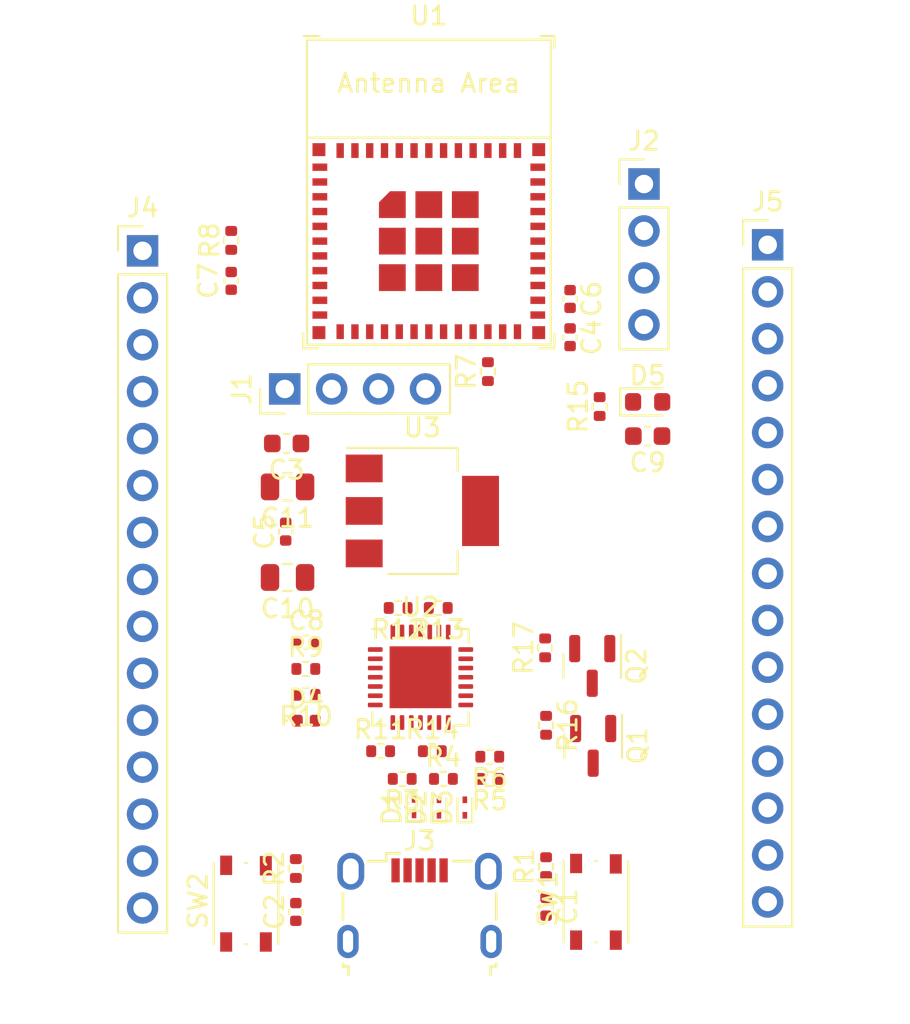
<source format=kicad_pcb>
(kicad_pcb (version 20211014) (generator pcbnew)
  (layers (0 "F.Cu" signal) (31 "B.Cu" power) (34 "B.Paste" user) (35 "F.Paste" user) (36 "B.SilkS" user "B.Silkscreen") (37 "F.SilkS" user "F.Silkscreen") (38 "B.Mask" user) (39 "F.Mask" user) (44 "Edge.Cuts" user))
  (net 0 "")
  (net 15 "/SW_EN")
  (net 16 "GND")
  (net 17 "/SW_IO9")
  (net 18 "+3.3V")
  (net 19 "IO18")
  (net 20 "IO19")
  (net 21 "EN")
  (net 22 "Net-(C8-Pad1)")
  (net 23 "VBUS")
  (net 24 "/D-")
  (net 25 "/D+")
  (net 26 "+5V")
  (net 27 "Net-(D5-Pad2)")
  (net 28 "IO4")
  (net 29 "IO5")
  (net 30 "IO6")
  (net 31 "IO7")
  (net 32 "U0TXD")
  (net 33 "U0RXD")
  (net 36 "Net-(Q1-Pad1)")
  (net 37 "RTS")
  (net 38 "Net-(Q2-Pad1)")
  (net 39 "DTR")
  (net 40 "IO9")
  (net 41 "USB_DN")
  (net 42 "USB_DP")
  (net 43 "IO8")
  (net 44 "Net-(R11-Pad2)")
  (net 45 "Net-(R12-Pad1)")
  (net 46 "Net-(R13-Pad2)")
  (net 47 "Net-(R14-Pad1)")
  (net 48 "IO2")
  (net 49 "IO3")
  (net 50 "IO0")
  (net 51 "IO1")
  (net 52 "IO10")
  (footprint "Diode_SMD:D_SOD-923" (layer "F.Cu") (at 70.3 104.88 90)
    (fp_text reference "D1" (at 0 -1.2 90) (layer "F.SilkS"))
    (fp_text value "ESD9B5.0ST5G")
    (fp_line (start 0.5 0.4) (end -0.8 0.4) (layer "F.SilkS") (width 0.12))
    (fp_line (start -0.8 -0.4) (end -0.8 0.4) (layer "F.SilkS") (width 0.12))
    (fp_line (start 0.5 -0.4) (end -0.8 -0.4) (layer "F.SilkS") (width 0.12))
    (pad "1" smd rect (at -0.42 0 270) (size 0.36 0.25) (layers "F.Cu" "F.Paste" "F.Mask") (net 23 "VBUS"))
    (pad "2" smd rect (at 0.42 0 270) (size 0.36 0.25) (layers "F.Cu" "F.Paste" "F.Mask") (net 16 "GND"))
  )
  (footprint "Resistor_SMD:R_0402_1005Metric" (layer "F.Cu") (at 74.3 81.31 90)
    (fp_text reference "R7" (at 0 -1.17 90) (layer "F.SilkS"))
    (fp_text value "10K")
    (fp_line (start -0.153641 -0.38) (end 0.153641 -0.38) (layer "F.SilkS") (width 0.12))
    (fp_line (start -0.153641 0.38) (end 0.153641 0.38) (layer "F.SilkS") (width 0.12))
    (pad "1" smd roundrect (at -0.51 0 90) (size 0.54 0.64) (layers "F.Cu" "F.Paste" "F.Mask") (net 18 "+3.3V"))
    (pad "2" smd roundrect (at 0.51 0 90) (size 0.54 0.64) (layers "F.Cu" "F.Paste" "F.Mask") (net 43 "IO8"))
  )
  (footprint "Resistor_SMD:R_0402_1005Metric" (layer "F.Cu") (at 64.44 97.4)
    (fp_text reference "R9" (at 0 -1.17) (layer "F.SilkS"))
    (fp_text value "47K5")
    (fp_line (start -0.153641 -0.38) (end 0.153641 -0.38) (layer "F.SilkS") (width 0.12))
    (fp_line (start -0.153641 0.38) (end 0.153641 0.38) (layer "F.SilkS") (width 0.12))
    (pad "1" smd roundrect (at -0.51 0) (size 0.54 0.64) (layers "F.Cu" "F.Paste" "F.Mask") (net 22 "Net-(C8-Pad1)"))
    (pad "2" smd roundrect (at 0.51 0) (size 0.54 0.64) (layers "F.Cu" "F.Paste" "F.Mask") (net 16 "GND"))
  )
  (footprint "Connector_PinHeader_2.54mm:PinHeader_1x15_P2.54mm_Vertical" (layer "F.Cu") (at 55.6 74.775)
    (fp_text reference "J4" (at 0 -2.33) (layer "F.SilkS"))
    (fp_text value "Conn_01x15_Female")
    (fp_line (start 1.33 1.27) (end 1.33 36.89) (layer "F.SilkS") (width 0.12))
    (fp_line (start -1.33 1.27) (end 1.33 1.27) (layer "F.SilkS") (width 0.12))
    (fp_line (start -1.33 1.27) (end -1.33 36.89) (layer "F.SilkS") (width 0.12))
    (fp_line (start -1.33 0) (end -1.33 -1.33) (layer "F.SilkS") (width 0.12))
    (fp_line (start -1.33 -1.33) (end 0 -1.33) (layer "F.SilkS") (width 0.12))
    (fp_line (start -1.33 36.89) (end 1.33 36.89) (layer "F.SilkS") (width 0.12))
    (pad "1" thru_hole rect (at 0 0) (size 1.7 1.7) (drill 1) (layers *.Cu *.Mask) (net 16 "GND"))
    (pad "2" thru_hole oval (at 0 2.54) (size 1.7 1.7) (drill 1) (layers *.Cu *.Mask) (net 18 "+3.3V"))
    (pad "3" thru_hole oval (at 0 5.08) (size 1.7 1.7) (drill 1) (layers *.Cu *.Mask) (net 18 "+3.3V"))
    (pad "4" thru_hole oval (at 0 7.62) (size 1.7 1.7) (drill 1) (layers *.Cu *.Mask) (net 48 "IO2"))
    (pad "5" thru_hole oval (at 0 10.16) (size 1.7 1.7) (drill 1) (layers *.Cu *.Mask) (net 49 "IO3"))
    (pad "6" thru_hole oval (at 0 12.7) (size 1.7 1.7) (drill 1) (layers *.Cu *.Mask) (net 16 "GND"))
    (pad "7" thru_hole oval (at 0 15.24) (size 1.7 1.7) (drill 1) (layers *.Cu *.Mask) (net 21 "EN"))
    (pad "8" thru_hole oval (at 0 17.78) (size 1.7 1.7) (drill 1) (layers *.Cu *.Mask) (net 16 "GND"))
    (pad "9" thru_hole oval (at 0 20.32) (size 1.7 1.7) (drill 1) (layers *.Cu *.Mask) (net 50 "IO0"))
    (pad "10" thru_hole oval (at 0 22.86) (size 1.7 1.7) (drill 1) (layers *.Cu *.Mask) (net 51 "IO1"))
    (pad "11" thru_hole oval (at 0 25.4) (size 1.7 1.7) (drill 1) (layers *.Cu *.Mask) (net 52 "IO10"))
    (pad "12" thru_hole oval (at 0 27.94) (size 1.7 1.7) (drill 1) (layers *.Cu *.Mask) (net 16 "GND"))
    (pad "13" thru_hole oval (at 0 30.48) (size 1.7 1.7) (drill 1) (layers *.Cu *.Mask) (net 26 "+5V"))
    (pad "14" thru_hole oval (at 0 33.02) (size 1.7 1.7) (drill 1) (layers *.Cu *.Mask) (net 26 "+5V"))
    (pad "15" thru_hole oval (at 0 35.56) (size 1.7 1.7) (drill 1) (layers *.Cu *.Mask) (net 16 "GND"))
  )
  (footprint "Capacitor_SMD:C_0603_1608Metric" (layer "F.Cu") (at 82.95 84.8 180)
    (fp_text reference "C9" (at 0 -1.43) (layer "F.SilkS"))
    (fp_text value "10uF")
    (fp_line (start -0.14058 -0.51) (end 0.14058 -0.51) (layer "F.SilkS") (width 0.12))
    (fp_line (start -0.14058 0.51) (end 0.14058 0.51) (layer "F.SilkS") (width 0.12))
    (pad "1" smd roundrect (at -0.775 0 180) (size 0.9 0.95) (layers "F.Cu" "F.Paste" "F.Mask") (net 16 "GND"))
    (pad "2" smd roundrect (at 0.775 0 180) (size 0.9 0.95) (layers "F.Cu" "F.Paste" "F.Mask") (net 18 "+3.3V"))
  )
  (footprint "Button_Switch_SMD:SW_Push_1P1T_NO_Vertical_Wuerth_434133025816" (layer "F.Cu") (at 80.15 110 90)
    (fp_text reference "SW1" (at 0.15 -2.6 90) (layer "F.SilkS"))
    (fp_text value "SW_Push")
    (fp_line (start -2.2 1.75) (end 2.2 1.75) (layer "F.SilkS") (width 0.12))
    (fp_line (start 2.2 -1.75) (end -2.2 -1.75) (layer "F.SilkS") (width 0.12))
    (fp_line (start 2.2 0.05) (end 2.2 -0.05) (layer "F.SilkS") (width 0.12))
    (fp_line (start -2.2 0.05) (end -2.2 -0.05) (layer "F.SilkS") (width 0.12))
    (pad "1" smd rect (at 2.075 -1.075 90) (size 1.05 0.65) (layers "F.Cu" "F.Paste" "F.Mask") (net 16 "GND"))
    (pad "1" smd rect (at -2.075 -1.075 90) (size 1.05 0.65) (layers "F.Cu" "F.Paste" "F.Mask") (net 16 "GND"))
    (pad "2" smd rect (at -2.075 1.075 90) (size 1.05 0.65) (layers "F.Cu" "F.Paste" "F.Mask") (net 15 "/SW_EN"))
    (pad "2" smd rect (at 2.05 1.075 90) (size 1.05 0.65) (layers "F.Cu" "F.Paste" "F.Mask") (net 15 "/SW_EN"))
  )
  (footprint "Resistor_SMD:R_0402_1005Metric" (layer "F.Cu") (at 77.4 96.26 90)
    (fp_text reference "R17" (at 0 -1.17 90) (layer "F.SilkS"))
    (fp_text value "10K")
    (fp_line (start -0.153641 -0.38) (end 0.153641 -0.38) (layer "F.SilkS") (width 0.12))
    (fp_line (start -0.153641 0.38) (end 0.153641 0.38) (layer "F.SilkS") (width 0.12))
    (pad "1" smd roundrect (at -0.51 0 90) (size 0.54 0.64) (layers "F.Cu" "F.Paste" "F.Mask") (net 37 "RTS"))
    (pad "2" smd roundrect (at 0.51 0 90) (size 0.54 0.64) (layers "F.Cu" "F.Paste" "F.Mask") (net 38 "Net-(Q2-Pad1)"))
  )
  (footprint "Resistor_SMD:R_0402_1005Metric" (layer "F.Cu") (at 69.44 94.1 180)
    (fp_text reference "R12" (at 0 -1.17) (layer "F.SilkS"))
    (fp_text value "0")
    (fp_line (start -0.153641 -0.38) (end 0.153641 -0.38) (layer "F.SilkS") (width 0.12))
    (fp_line (start -0.153641 0.38) (end 0.153641 0.38) (layer "F.SilkS") (width 0.12))
    (pad "1" smd roundrect (at -0.51 0 180) (size 0.54 0.64) (layers "F.Cu" "F.Paste" "F.Mask") (net 45 "Net-(R12-Pad1)"))
    (pad "2" smd roundrect (at 0.51 0 180) (size 0.54 0.64) (layers "F.Cu" "F.Paste" "F.Mask") (net 33 "U0RXD"))
  )
  (footprint "Resistor_SMD:R_0402_1005Metric" (layer "F.Cu") (at 60.4 74.21 90)
    (fp_text reference "R8" (at 0 -1.17 90) (layer "F.SilkS"))
    (fp_text value "10K")
    (fp_line (start -0.153641 -0.38) (end 0.153641 -0.38) (layer "F.SilkS") (width 0.12))
    (fp_line (start -0.153641 0.38) (end 0.153641 0.38) (layer "F.SilkS") (width 0.12))
    (pad "1" smd roundrect (at -0.51 0 90) (size 0.54 0.64) (layers "F.Cu" "F.Paste" "F.Mask") (net 21 "EN"))
    (pad "2" smd roundrect (at 0.51 0 90) (size 0.54 0.64) (layers "F.Cu" "F.Paste" "F.Mask") (net 18 "+3.3V"))
  )
  (footprint "Resistor_SMD:R_0402_1005Metric" (layer "F.Cu") (at 68.49 101.85)
    (fp_text reference "R11" (at 0 -1.17) (layer "F.SilkS"))
    (fp_text value "1K")
    (fp_line (start -0.153641 -0.38) (end 0.153641 -0.38) (layer "F.SilkS") (width 0.12))
    (fp_line (start -0.153641 0.38) (end 0.153641 0.38) (layer "F.SilkS") (width 0.12))
    (pad "1" smd roundrect (at -0.51 0) (size 0.54 0.64) (layers "F.Cu" "F.Paste" "F.Mask") (net 18 "+3.3V"))
    (pad "2" smd roundrect (at 0.51 0) (size 0.54 0.64) (layers "F.Cu" "F.Paste" "F.Mask") (net 44 "Net-(R11-Pad2)"))
  )
  (footprint "Connector_PinHeader_2.54mm:PinHeader_1x04_P2.54mm_Vertical" (layer "F.Cu") (at 82.75 71.16)
    (fp_text reference "J2" (at 0 -2.33) (layer "F.SilkS"))
    (fp_text value "UART")
    (fp_line (start -1.33 1.27) (end 1.33 1.27) (layer "F.SilkS") (width 0.12))
    (fp_line (start -1.33 -1.33) (end 0 -1.33) (layer "F.SilkS") (width 0.12))
    (fp_line (start -1.33 8.95) (end 1.33 8.95) (layer "F.SilkS") (width 0.12))
    (fp_line (start 1.33 1.27) (end 1.33 8.95) (layer "F.SilkS") (width 0.12))
    (fp_line (start -1.33 0) (end -1.33 -1.33) (layer "F.SilkS") (width 0.12))
    (fp_line (start -1.33 1.27) (end -1.33 8.95) (layer "F.SilkS") (width 0.12))
    (pad "1" thru_hole rect (at 0 0) (size 1.7 1.7) (drill 1) (layers *.Cu *.Mask) (net 18 "+3.3V"))
    (pad "2" thru_hole oval (at 0 2.54) (size 1.7 1.7) (drill 1) (layers *.Cu *.Mask) (net 32 "U0TXD"))
    (pad "3" thru_hole oval (at 0 5.08) (size 1.7 1.7) (drill 1) (layers *.Cu *.Mask) (net 33 "U0RXD"))
    (pad "4" thru_hole oval (at 0 7.62) (size 1.7 1.7) (drill 1) (layers *.Cu *.Mask) (net 16 "GND"))
  )
  (footprint "Package_TO_SOT_SMD:SOT-223-3_TabPin2" (layer "F.Cu") (at 70.75 88.85)
    (fp_text reference "U3" (at 0 -4.5) (layer "F.SilkS"))
    (fp_text value "AMS1117-3.3")
    (fp_line (start -4.1 -3.41) (end 1.91 -3.41) (layer "F.SilkS") (width 0.12))
    (fp_line (start 1.91 3.41) (end 1.91 2.15) (layer "F.SilkS") (width 0.12))
    (fp_line (start 1.91 -3.41) (end 1.91 -2.15) (layer "F.SilkS") (width 0.12))
    (fp_line (start -1.85 3.41) (end 1.91 3.41) (layer "F.SilkS") (width 0.12))
    (pad "1" smd rect (at -3.15 -2.3) (size 2 1.5) (layers "F.Cu" "F.Paste" "F.Mask") (net 16 "GND"))
    (pad "2" smd rect (at -3.15 0) (size 2 1.5) (layers "F.Cu" "F.Paste" "F.Mask") (net 18 "+3.3V"))
    (pad "2" smd rect (at 3.15 0) (size 2 3.8) (layers "F.Cu" "F.Paste" "F.Mask") (net 18 "+3.3V"))
    (pad "3" smd rect (at -3.15 2.3) (size 2 1.5) (layers "F.Cu" "F.Paste" "F.Mask") (net 23 "VBUS"))
  )
  (footprint "Connector_USB:USB_Micro-B_Wuerth_629105150521" (layer "F.Cu") (at 70.6 110.2)
    (fp_text reference "J3" (at 0 -3.5) (layer "F.SilkS"))
    (fp_text value "USB_B_Micro")
    (fp_line (start -4.15 -0.65) (end -4.15 0.75) (layer "F.SilkS") (width 0.15))
    (fp_line (start -1.8 -2.4) (end -2.8 -2.4) (layer "F.SilkS") (width 0.15))
    (fp_line (start -1.8 -2.825) (end -1.8 -2.4) (layer "F.SilkS") (width 0.15))
    (fp_line (start 4.15 0.75) (end 4.15 -0.65) (layer "F.SilkS") (width 0.15))
    (fp_line (start -4.15 3.15) (end -4.15 3.3) (layer "F.SilkS") (width 0.15))
    (fp_line (start -4.15 3.3) (end -3.85 3.3) (layer "F.SilkS") (width 0.15))
    (fp_line (start 3.85 3.3) (end 4.15 3.3) (layer "F.SilkS") (width 0.15))
    (fp_line (start 3.85 3.75) (end 3.85 3.3) (layer "F.SilkS") (width 0.15))
    (fp_line (start -1.075 -2.825) (end -1.8 -2.825) (layer "F.SilkS") (width 0.15))
    (fp_line (start -3.85 3.3) (end -3.85 3.75) (layer "F.SilkS") (width 0.15))
    (fp_line (start 1.8 -2.4) (end 2.8 -2.4) (layer "F.SilkS") (width 0.15))
    (fp_line (start 4.15 3.3) (end 4.15 3.15) (layer "F.SilkS") (width 0.15))
    (pad "" np_thru_hole oval (at 2.5 -0.8) (size 0.8 0.8) (drill 0.8) (layers *.Cu *.Mask))
    (pad "" np_thru_hole oval (at -2.5 -0.8) (size 0.8 0.8) (drill 0.8) (layers *.Cu *.Mask))
    (pad "1" smd rect (at -1.3 -1.9) (size 0.45 1.3) (layers "F.Cu" "F.Paste" "F.Mask") (net 23 "VBUS"))
    (pad "2" smd rect (at -0.65 -1.9) (size 0.45 1.3) (layers "F.Cu" "F.Paste" "F.Mask") (net 19 "IO18"))
    (pad "3" smd rect (at 0 -1.9) (size 0.45 1.3) (layers "F.Cu" "F.Paste" "F.Mask") (net 20 "IO19"))
    (pad "4" smd rect (at 0.65 -1.9) (size 0.45 1.3) (layers "F.Cu" "F.Paste" "F.Mask"))
    (pad "5" smd rect (at 1.3 -1.9) (size 0.45 1.3) (layers "F.Cu" "F.Paste" "F.Mask") (net 16 "GND"))
    (pad "6" thru_hole oval (at -3.725 -1.85) (size 1.45 2) (drill oval 0.85 1.4) (layers *.Cu *.Mask))
    (pad "6" thru_hole oval (at 3.875 1.95) (size 1.15 1.8) (drill oval 0.55 1.2) (layers *.Cu *.Mask))
    (pad "6" thru_hole oval (at 3.725 -1.85) (size 1.45 2) (drill oval 0.85 1.4) (layers *.Cu *.Mask))
    (pad "6" thru_hole oval (at -3.875 1.95) (size 1.15 1.8) (drill oval 0.55 1.2) (layers *.Cu *.Mask))
  )
  (footprint "Capacitor_SMD:C_0402_1005Metric" (layer "F.Cu") (at 64.47 95.95)
    (fp_text reference "C8" (at 0 -1.16) (layer "F.SilkS"))
    (fp_text value "1uF")
    (fp_line (start -0.107836 -0.36) (end 0.107836 -0.36) (layer "F.SilkS") (width 0.12))
    (fp_line (start -0.107836 0.36) (end 0.107836 0.36) (layer "F.SilkS") (width 0.12))
    (pad "1" smd roundrect (at -0.48 0) (size 0.56 0.62) (layers "F.Cu" "F.Paste" "F.Mask") (net 22 "Net-(C8-Pad1)"))
    (pad "2" smd roundrect (at 0.48 0) (size 0.56 0.62) (layers "F.Cu" "F.Paste" "F.Mask") (net 16 "GND"))
  )
  (footprint "Capacitor_SMD:C_0402_1005Metric" (layer "F.Cu") (at 77.45 110.27 -90)
    (fp_text reference "C1" (at 0 -1.16 90) (layer "F.SilkS"))
    (fp_text value "0.1uF")
    (fp_line (start -0.107836 -0.36) (end 0.107836 -0.36) (layer "F.SilkS") (width 0.12))
    (fp_line (start -0.107836 0.36) (end 0.107836 0.36) (layer "F.SilkS") (width 0.12))
    (pad "1" smd roundrect (at -0.48 0 270) (size 0.56 0.62) (layers "F.Cu" "F.Paste" "F.Mask") (net 15 "/SW_EN"))
    (pad "2" smd roundrect (at 0.48 0 270) (size 0.56 0.62) (layers "F.Cu" "F.Paste" "F.Mask") (net 16 "GND"))
  )
  (footprint "Capacitor_SMD:C_0402_1005Metric" (layer "F.Cu") (at 60.4 76.4 -90)
    (fp_text reference "C7" (at 0 1.25 90) (layer "F.SilkS"))
    (fp_text value "1uF")
    (fp_line (start -0.107836 0.36) (end 0.107836 0.36) (layer "F.SilkS") (width 0.12))
    (fp_line (start -0.107836 -0.36) (end 0.107836 -0.36) (layer "F.SilkS") (width 0.12))
    (pad "1" smd roundrect (at -0.48 0 270) (size 0.56 0.62) (layers "F.Cu" "F.Paste" "F.Mask") (net 21 "EN"))
    (pad "2" smd roundrect (at 0.48 0 270) (size 0.56 0.62) (layers "F.Cu" "F.Paste" "F.Mask") (net 16 "GND"))
  )
  (footprint "Diode_SMD:D_0402_1005Metric" (layer "F.Cu") (at 64.465 100.2)
    (fp_text reference "D4" (at 0 -1.17) (layer "F.SilkS"))
    (fp_text value "D")
    (fp_circle (center -1.09 0) (end -1.04 0) (layer "F.SilkS") (width 0.1) (fill none))
    (pad "1" smd roundrect (at -0.485 0) (size 0.59 0.64) (layers "F.Cu" "F.Paste" "F.Mask") (net 26 "+5V"))
    (pad "2" smd roundrect (at 0.485 0) (size 0.59 0.64) (layers "F.Cu" "F.Paste" "F.Mask") (net 23 "VBUS"))
  )
  (footprint "Package_TO_SOT_SMD:SOT-23" (layer "F.Cu") (at 79.95 97.2375 -90)
    (fp_text reference "Q2" (at 0 -2.4 90) (layer "F.SilkS"))
    (fp_text value "Q_NPN_BEC")
    (fp_line (start 0 1.56) (end 0.65 1.56) (layer "F.SilkS") (width 0.12))
    (fp_line (start 0 -1.56) (end 0.65 -1.56) (layer "F.SilkS") (width 0.12))
    (fp_line (start 0 1.56) (end -0.65 1.56) (layer "F.SilkS") (width 0.12))
    (fp_line (start 0 -1.56) (end -1.675 -1.56) (layer "F.SilkS") (width 0.12))
    (pad "1" smd roundrect (at -0.9375 -0.95 270) (size 1.475 0.6) (layers "F.Cu" "F.Paste" "F.Mask") (net 38 "Net-(Q2-Pad1)"))
    (pad "2" smd roundrect (at -0.9375 0.95 270) (size 1.475 0.6) (layers "F.Cu" "F.Paste" "F.Mask") (net 39 "DTR"))
    (pad "3" smd roundrect (at 0.9375 0 270) (size 1.475 0.6) (layers "F.Cu" "F.Paste" "F.Mask") (net 40 "IO9"))
  )
  (footprint "Capacitor_SMD:C_0402_1005Metric" (layer "F.Cu") (at 78.75 79.45 -90)
    (fp_text reference "C4" (at 0 -1.16 90) (layer "F.SilkS"))
    (fp_text value "22pF")
    (fp_line (start -0.107836 -0.36) (end 0.107836 -0.36) (layer "F.SilkS") (width 0.12))
    (fp_line (start -0.107836 0.36) (end 0.107836 0.36) (layer "F.SilkS") (width 0.12))
    (pad "1" smd roundrect (at -0.48 0 270) (size 0.56 0.62) (layers "F.Cu" "F.Paste" "F.Mask") (net 19 "IO18"))
    (pad "2" smd roundrect (at 0.48 0 270) (size 0.56 0.62) (layers "F.Cu" "F.Paste" "F.Mask") (net 16 "GND"))
  )
  (footprint "Resistor_SMD:R_0402_1005Metric" (layer "F.Cu") (at 74.4 102.15 180)
    (fp_text reference "R6" (at 0 -1.17) (layer "F.SilkS"))
    (fp_text value "0")
    (fp_line (start -0.153641 0.38) (end 0.153641 0.38) (layer "F.SilkS") (width 0.12))
    (fp_line (start -0.153641 -0.38) (end 0.153641 -0.38) (layer "F.SilkS") (width 0.12))
    (pad "1" smd roundrect (at -0.51 0 180) (size 0.54 0.64) (layers "F.Cu" "F.Paste" "F.Mask") (net 25 "/D+"))
    (pad "2" smd roundrect (at 0.51 0 180) (size 0.54 0.64) (layers "F.Cu" "F.Paste" "F.Mask") (net 42 "USB_DP"))
  )
  (footprint "Resistor_SMD:R_0402_1005Metric" (layer "F.Cu") (at 71.61 94.1 180)
    (fp_text reference "R13" (at 0 -1.17) (layer "F.SilkS"))
    (fp_text value "0")
    (fp_line (start -0.153641 0.38) (end 0.153641 0.38) (layer "F.SilkS") (width 0.12))
    (fp_line (start -0.153641 -0.38) (end 0.153641 -0.38) (layer "F.SilkS") (width 0.12))
    (pad "1" smd roundrect (at -0.51 0 180) (size 0.54 0.64) (layers "F.Cu" "F.Paste" "F.Mask") (net 32 "U0TXD"))
    (pad "2" smd roundrect (at 0.51 0 180) (size 0.54 0.64) (layers "F.Cu" "F.Paste" "F.Mask") (net 46 "Net-(R13-Pad2)"))
  )
  (footprint "Diode_SMD:D_SOD-923" (layer "F.Cu") (at 73.05 104.9 90)
    (fp_text reference "D3" (at 0 -1.2 90) (layer "F.SilkS"))
    (fp_text value "ESD9B5.0ST5G")
    (fp_line (start 0.5 0.4) (end -0.8 0.4) (layer "F.SilkS") (width 0.12))
    (fp_line (start -0.8 -0.4) (end -0.8 0.4) (layer "F.SilkS") (width 0.12))
    (fp_line (start 0.5 -0.4) (end -0.8 -0.4) (layer "F.SilkS") (width 0.12))
    (pad "1" smd rect (at -0.42 0 270) (size 0.36 0.25) (layers "F.Cu" "F.Paste" "F.Mask") (net 20 "IO19"))
    (pad "2" smd rect (at 0.42 0 270) (size 0.36 0.25) (layers "F.Cu" "F.Paste" "F.Mask") (net 16 "GND"))
  )
  (footprint "LED_SMD:LED_0603_1608Metric" (layer "F.Cu") (at 82.95 82.95)
    (fp_text reference "D5" (at 0 -1.43) (layer "F.SilkS"))
    (fp_text value "LED")
    (fp_line (start -1.485 0.735) (end 0.8 0.735) (layer "F.SilkS") (width 0.12))
    (fp_line (start -1.485 -0.735) (end -1.485 0.735) (layer "F.SilkS") (width 0.12))
    (fp_line (start 0.8 -0.735) (end -1.485 -0.735) (layer "F.SilkS") (width 0.12))
    (pad "1" smd roundrect (at -0.7875 0) (size 0.875 0.95) (layers "F.Cu" "F.Paste" "F.Mask") (net 16 "GND"))
    (pad "2" smd roundrect (at 0.7875 0) (size 0.875 0.95) (layers "F.Cu" "F.Paste" "F.Mask") (net 27 "Net-(D5-Pad2)"))
  )
  (footprint "Connector_PinHeader_2.54mm:PinHeader_1x15_P2.54mm_Vertical" (layer "F.Cu") (at 89.45 74.45)
    (fp_text reference "J5" (at 0 -2.33) (layer "F.SilkS"))
    (fp_text value "Conn_01x15_Female")
    (fp_line (start -1.33 1.27) (end 1.33 1.27) (layer "F.SilkS") (width 0.12))
    (fp_line (start -1.33 0) (end -1.33 -1.33) (layer "F.SilkS") (width 0.12))
    (fp_line (start -1.33 -1.33) (end 0 -1.33) (layer "F.SilkS") (width 0.12))
    (fp_line (start 1.33 1.27) (end 1.33 36.89) (layer "F.SilkS") (width 0.12))
    (fp_line (start -1.33 36.89) (end 1.33 36.89) (layer "F.SilkS") (width 0.12))
    (fp_line (start -1.33 1.27) (end -1.33 36.89) (layer "F.SilkS") (width 0.12))
    (pad "1" thru_hole rect (at 0 0) (size 1.7 1.7) (drill 1) (layers *.Cu *.Mask) (net 16 "GND"))
    (pad "2" thru_hole oval (at 0 2.54) (size 1.7 1.7) (drill 1) (layers *.Cu *.Mask) (net 32 "U0TXD"))
    (pad "3" thru_hole oval (at 0 5.08) (size 1.7 1.7) (drill 1) (layers *.Cu *.Mask) (net 33 "U0RXD"))
    (pad "4" thru_hole oval (at 0 7.62) (size 1.7 1.7) (drill 1) (layers *.Cu *.Mask) (net 16 "GND"))
    (pad "5" thru_hole oval (at 0 10.16) (size 1.7 1.7) (drill 1) (layers *.Cu *.Mask) (net 40 "IO9"))
    (pad "6" thru_hole oval (at 0 12.7) (size 1.7 1.7) (drill 1) (layers *.Cu *.Mask) (net 43 "IO8"))
    (pad "7" thru_hole oval (at 0 15.24) (size 1.7 1.7) (drill 1) (layers *.Cu *.Mask) (net 16 "GND"))
    (pad "8" thru_hole oval (at 0 17.78) (size 1.7 1.7) (drill 1) (layers *.Cu *.Mask) (net 31 "IO7"))
    (pad "9" thru_hole oval (at 0 20.32) (size 1.7 1.7) (drill 1) (layers *.Cu *.Mask) (net 30 "IO6"))
    (pad "10" thru_hole oval (at 0 22.86) (size 1.7 1.7) (drill 1) (layers *.Cu *.Mask) (net 29 "IO5"))
    (pad "11" thru_hole oval (at 0 25.4) (size 1.7 1.7) (drill 1) (layers *.Cu *.Mask) (net 28 "IO4"))
    (pad "12" thru_hole oval (at 0 27.94) (size 1.7 1.7) (drill 1) (layers *.Cu *.Mask) (net 16 "GND"))
    (pad "13" thru_hole oval (at 0 30.48) (size 1.7 1.7) (drill 1) (layers *.Cu *.Mask) (net 19 "IO18"))
    (pad "14" thru_hole oval (at 0 33.02) (size 1.7 1.7) (drill 1) (layers *.Cu *.Mask) (net 20 "IO19"))
    (pad "15" thru_hole oval (at 0 35.56) (size 1.7 1.7) (drill 1) (layers *.Cu *.Mask) (net 16 "GND"))
  )
  (footprint "Package_DFN_QFN:QFN-28-1EP_5x5mm_P0.5mm_EP3.35x3.35mm" (layer "F.Cu") (at 70.65 97.85)
    (fp_text reference "U2" (at 0 -3.8) (layer "F.SilkS"))
    (fp_text value "CP2102N-A02-GQFN28")
    (fp_line (start -2.61 2.61) (end -2.61 1.885) (layer "F.SilkS") (width 0.12))
    (fp_line (start 1.885 -2.61) (end 2.61 -2.61) (layer "F.SilkS") (width 0.12))
    (fp_line (start 2.61 2.61) (end 2.61 1.885) (layer "F.SilkS") (width 0.12))
    (fp_line (start 2.61 -2.61) (end 2.61 -1.885) (layer "F.SilkS") (width 0.12))
    (fp_line (start -1.885 2.61) (end -2.61 2.61) (layer "F.SilkS") (width 0.12))
    (fp_line (start -1.885 -2.61) (end -2.61 -2.61) (layer "F.SilkS") (width 0.12))
    (fp_line (start 1.885 2.61) (end 2.61 2.61) (layer "F.SilkS") (width 0.12))
    (pad "1" smd roundrect (at -2.45 -1.5) (size 0.8 0.25) (layers "F.Cu" "F.Paste" "F.Mask"))
    (pad "2" smd roundrect (at -2.45 -1) (size 0.8 0.25) (layers "F.Cu" "F.Paste" "F.Mask"))
    (pad "3" smd roundrect (at -2.45 -0.5) (size 0.8 0.25) (layers "F.Cu" "F.Paste" "F.Mask") (net 16 "GND"))
    (pad "4" smd roundrect (at -2.45 0) (size 0.8 0.25) (layers "F.Cu" "F.Paste" "F.Mask") (net 42 "USB_DP"))
    (pad "5" smd roundrect (at -2.45 0.5) (size 0.8 0.25) (layers "F.Cu" "F.Paste" "F.Mask") (net 41 "USB_DN"))
    (pad "6" smd roundrect (at -2.45 1) (size 0.8 0.25) (layers "F.Cu" "F.Paste" "F.Mask") (net 18 "+3.3V"))
    (pad "7" smd roundrect (at -2.45 1.5) (size 0.8 0.25) (layers "F.Cu" "F.Paste" "F.Mask") (net 18 "+3.3V"))
    (pad "8" smd roundrect (at -1.5 2.45) (size 0.25 0.8) (layers "F.Cu" "F.Paste" "F.Mask") (net 22 "Net-(C8-Pad1)"))
    (pad "9" smd roundrect (at -1 2.45) (size 0.25 0.8) (layers "F.Cu" "F.Paste" "F.Mask") (net 44 "Net-(R11-Pad2)"))
    (pad "10" smd roundrect (at -0.5 2.45) (size 0.25 0.8) (layers "F.Cu" "F.Paste" "F.Mask"))
    (pad "11" smd roundrect (at 0 2.45) (size 0.25 0.8) (layers "F.Cu" "F.Paste" "F.Mask") (net 47 "Net-(R14-Pad1)"))
    (pad "12" smd roundrect (at 0.5 2.45) (size 0.25 0.8) (layers "F.Cu" "F.Paste" "F.Mask"))
    (pad "13" smd roundrect (at 1 2.45) (size 0.25 0.8) (layers "F.Cu" "F.Paste" "F.Mask"))
    (pad "14" smd roundrect (at 1.5 2.45) (size 0.25 0.8) (layers "F.Cu" "F.Paste" "F.Mask"))
    (pad "15" smd roundrect (at 2.45 1.5) (size 0.8 0.25) (layers "F.Cu" "F.Paste" "F.Mask"))
    (pad "16" smd roundrect (at 2.45 1) (size 0.8 0.25) (layers "F.Cu" "F.Paste" "F.Mask"))
    (pad "17" smd roundrect (at 2.45 0.5) (size 0.8 0.25) (layers "F.Cu" "F.Paste" "F.Mask"))
    (pad "18" smd roundrect (at 2.45 0) (size 0.8 0.25) (layers "F.Cu" "F.Paste" "F.Mask"))
    (pad "19" smd roundrect (at 2.45 -0.5) (size 0.8 0.25) (layers "F.Cu" "F.Paste" "F.Mask"))
    (pad "20" smd roundrect (at 2.45 -1) (size 0.8 0.25) (layers "F.Cu" "F.Paste" "F.Mask"))
    (pad "21" smd roundrect (at 2.45 -1.5) (size 0.8 0.25) (layers "F.Cu" "F.Paste" "F.Mask"))
    (pad "22" smd roundrect (at 1.5 -2.45) (size 0.25 0.8) (layers "F.Cu" "F.Paste" "F.Mask"))
    (pad "23" smd roundrect (at 1 -2.45) (size 0.25 0.8) (layers "F.Cu" "F.Paste" "F.Mask"))
    (pad "24" smd roundrect (at 0.5 -2.45) (size 0.25 0.8) (layers "F.Cu" "F.Paste" "F.Mask") (net 37 "RTS"))
    (pad "25" smd roundrect (at 0 -2.45) (size 0.25 0.8) (layers "F.Cu" "F.Paste" "F.Mask") (net 46 "Net-(R13-Pad2)"))
    (pad "26" smd roundrect (at -0.5 -2.45) (size 0.25 0.8) (layers "F.Cu" "F.Paste" "F.Mask") (net 45 "Net-(R12-Pad1)"))
    (pad "27" smd roundrect (at -1 -2.45) (size 0.25 0.8) (layers "F.Cu" "F.Paste" "F.Mask"))
    (pad "28" smd roundrect (at -1.5 -2.45) (size 0.25 0.8) (layers "F.Cu" "F.Paste" "F.Mask") (net 39 "DTR"))
    (pad "29" smd rect (at 0 0) (size 3.35 3.35) (layers "F.Cu" "F.Mask") (net 16 "GND"))
  )
  (footprint "Button_Switch_SMD:SW_Push_1P1T_NO_Vertical_Wuerth_434133025816" (layer "F.Cu") (at 61.2 110.1 90)
    (fp_text reference "SW2" (at 0.15 -2.6 90) (layer "F.SilkS"))
    (fp_text value "SW_Push")
    (fp_line (start 2.2 0.05) (end 2.2 -0.05) (layer "F.SilkS") (width 0.12))
    (fp_line (start 2.2 -1.75) (end -2.2 -1.75) (layer "F.SilkS") (width 0.12))
    (fp_line (start -2.2 1.75) (end 2.2 1.75) (layer "F.SilkS") (width 0.12))
    (fp_line (start -2.2 0.05) (end -2.2 -0.05) (layer "F.SilkS") (width 0.12))
    (pad "1" smd rect (at -2.075 -1.075 90) (size 1.05 0.65) (layers "F.Cu" "F.Paste" "F.Mask") (net 16 "GND"))
    (pad "1" smd rect (at 2.075 -1.075 90) (size 1.05 0.65) (layers "F.Cu" "F.Paste" "F.Mask") (net 16 "GND"))
    (pad "2" smd rect (at 2.05 1.075 90) (size 1.05 0.65) (layers "F.Cu" "F.Paste" "F.Mask") (net 17 "/SW_IO9"))
    (pad "2" smd rect (at -2.075 1.075 90) (size 1.05 0.65) (layers "F.Cu" "F.Paste" "F.Mask") (net 17 "/SW_IO9"))
  )
  (footprint "Espressif:ESP32-C3-MINI-1" (layer "F.Cu") (at 71.1 74.25)
    (fp_text reference "U1" (at 0 -12.2) (layer "F.SilkS"))
    (fp_text value "ESP32-C3-MINI-1-N4")
    (fp_text user "Antenna Area" (at 0 -8.55) (layer "F.SilkS"))
    (fp_line (start 6.05 -11.1) (end 6.8 -11.1) (layer "F.SilkS") (width 0.12))
    (fp_line (start 6.8 5.8) (end 6 5.8) (layer "F.SilkS") (width 0.12))
    (fp_line (start 6.6 5.6) (end -6.6 5.6) (layer "F.SilkS") (width 0.12))
    (fp_line (start -6.8 5) (end -6.8 5.8) (layer "F.SilkS") (width 0.12))
    (fp_line (start 6.6 -10.9) (end 6.6 5.6) (layer "F.SilkS") (width 0.12))
    (fp_line (start -6.6 -5.6) (end 6.6 -5.6) (layer "F.SilkS") (width 0.12))
    (fp_line (start -6.8 5.8) (end -6 5.8) (layer "F.SilkS") (width 0.12))
    (fp_line (start 6.8 5) (end 6.8 5.8) (layer "F.SilkS") (width 0.12))
    (fp_line (start -5.925 -11.1) (end -6.775 -11.1) (layer "F.SilkS") (width 0.12))
    (fp_line (start -6.6 -10.9) (end 6.6 -10.9) (layer "F.SilkS") (width 0.12))
    (fp_line (start 6.8 -11.1) (end 6.8 -10.45) (layer "F.SilkS") (width 0.12))
    (fp_line (start -6.6 5.6) (end -6.6 -10.9) (layer "F.SilkS") (width 0.12))
    (pad "1" smd rect (at -5.9 -4 90) (size 0.4 0.8) (layers "F.Cu" "F.Paste" "F.Mask") (net 16 "GND"))
    (pad "2" smd rect (at -5.9 -3.2 90) (size 0.4 0.8) (layers "F.Cu" "F.Paste" "F.Mask") (net 16 "GND"))
    (pad "3" smd rect (at -5.9 -2.4 90) (size 0.4 0.8) (layers "F.Cu" "F.Paste" "F.Mask") (net 18 "+3.3V"))
    (pad "4" smd rect (at -5.9 -1.6 90) (size 0.4 0.8) (layers "F.Cu" "F.Paste" "F.Mask"))
    (pad "5" smd rect (at -5.9 -0.8 90) (size 0.4 0.8) (layers "F.Cu" "F.Paste" "F.Mask") (net 48 "IO2"))
    (pad "6" smd rect (at -5.9 0 90) (size 0.4 0.8) (layers "F.Cu" "F.Paste" "F.Mask") (net 49 "IO3"))
    (pad "7" smd rect (at -5.9 0.8 90) (size 0.4 0.8) (layers "F.Cu" "F.Paste" "F.Mask"))
    (pad "8" smd rect (at -5.9 1.6 90) (size 0.4 0.8) (layers "F.Cu" "F.Paste" "F.Mask") (net 21 "EN"))
    (pad "9" smd rect (at -5.9 2.4 90) (size 0.4 0.8) (layers "F.Cu" "F.Paste" "F.Mask"))
    (pad "10" smd rect (at -5.9 3.2 90) (size 0.4 0.8) (layers "F.Cu" "F.Paste" "F.Mask"))
    (pad "11" smd rect (at -5.9 4 90) (size 0.4 0.8) (layers "F.Cu" "F.Paste" "F.Mask") (net 16 "GND"))
    (pad "12" smd rect (at -4.8 4.9) (size 0.4 0.8) (layers "F.Cu" "F.Paste" "F.Mask") (net 50 "IO0"))
    (pad "13" smd rect (at -4 4.9) (size 0.4 0.8) (layers "F.Cu" "F.Paste" "F.Mask") (net 51 "IO1"))
    (pad "14" smd rect (at -3.2 4.9) (size 0.4 0.8) (layers "F.Cu" "F.Paste" "F.Mask") (net 16 "GND"))
    (pad "15" smd rect (at -2.4 4.9) (size 0.4 0.8) (layers "F.Cu" "F.Paste" "F.Mask"))
    (pad "16" smd rect (at -1.6 4.9) (size 0.4 0.8) (layers "F.Cu" "F.Paste" "F.Mask") (net 52 "IO10"))
    (pad "17" smd rect (at -0.8 4.9) (size 0.4 0.8) (layers "F.Cu" "F.Paste" "F.Mask"))
    (pad "18" smd rect (at 0 4.9) (size 0.4 0.8) (layers "F.Cu" "F.Paste" "F.Mask") (net 28 "IO4"))
    (pad "19" smd rect (at 0.8 4.9) (size 0.4 0.8) (layers "F.Cu" "F.Paste" "F.Mask") (net 29 "IO5"))
    (pad "20" smd rect (at 1.6 4.9) (size 0.4 0.8) (layers "F.Cu" "F.Paste" "F.Mask") (net 30 "IO6"))
    (pad "21" smd rect (at 2.4 4.9) (size 0.4 0.8) (layers "F.Cu" "F.Paste" "F.Mask") (net 31 "IO7"))
    (pad "22" smd rect (at 3.2 4.9) (size 0.4 0.8) (layers "F.Cu" "F.Paste" "F.Mask") (net 43 "IO8"))
    (pad "23" smd rect (at 4 4.9) (size 0.4 0.8) (layers "F.Cu" "F.Paste" "F.Mask") (net 40 "IO9"))
    (pad "24" smd rect (at 4.8 4.9) (size 0.4 0.8) (layers "F.Cu" "F.Paste" "F.Mask"))
    (pad "25" smd rect (at 5.9 4 90) (size 0.4 0.8) (layers "F.Cu" "F.Paste" "F.Mask"))
    (pad "26" smd rect (at 5.9 3.2 90) (size 0.4 0.8) (layers "F.Cu" "F.Paste" "F.Mask") (net 19 "IO18"))
    (pad "27" smd rect (at 5.9 2.4 90) (size 0.4 0.8) (layers "F.Cu" "F.Paste" "F.Mask") (net 20 "IO19"))
    (pad "28" smd rect (at 5.9 1.6 90) (size 0.4 0.8) (layers "F.Cu" "F.Paste" "F.Mask"))
    (pad "29" smd rect (at 5.9 0.8 90) (size 0.4 0.8) (layers "F.Cu" "F.Paste" "F.Mask"))
    (pad "30" smd rect (at 5.9 0 90) (size 0.4 0.8) (layers "F.Cu" "F.Paste" "F.Mask") (net 33 "U0RXD"))
    (pad "31" smd rect (at 5.9 -0.8 90) (size 0.4 0.8) (layers "F.Cu" "F.Paste" "F.Mask") (net 32 "U0TXD"))
    (pad "32" smd rect (at 5.9 -1.6 90) (size 0.4 0.8) (layers "F.Cu" "F.Paste" "F.Mask"))
    (pad "33" smd rect (at 5.9 -2.4 90) (size 0.4 0.8) (layers "F.Cu" "F.Paste" "F.Mask"))
    (pad "34" smd rect (at 5.9 -3.2 90) (size 0.4 0.8) (layers "F.Cu" "F.Paste" "F.Mask"))
    (pad "35" smd rect (at 5.9 -4 90) (size 0.4 0.8) (layers "F.Cu" "F.Paste" "F.Mask"))
    (pad "36" smd rect (at -1.975 0 90) (size 1.45 1.45) (layers "F.Cu" "F.Paste" "F.Mask") (net 16 "GND"))
    (pad "36" smd rect (at -1.975 1.975 90) (size 1.45 1.45) (layers "F.Cu" "F.Paste" "F.Mask") (net 16 "GND"))
    (pad "36" smd rect (at -4.8 -4.9) (size 0.4 0.8) (layers "F.Cu" "F.Paste" "F.Mask") (net 16 "GND"))
    (pad "36" smd rect (at 0 0 90) (size 1.45 1.45) (layers "F.Cu" "F.Paste" "F.Mask") (net 16 "GND"))
    (pad "36" smd rect (at 1.975 -1.975 90) (size 1.45 1.45) (layers "F.Cu" "F.Paste" "F.Mask") (net 16 "GND"))
    (pad "36" smd rect (at 4.8 -4.9) (size 0.4 0.8) (layers "F.Cu" "F.Paste" "F.Mask") (net 16 "GND"))
    (pad "36" smd rect (at -4 -4.9) (size 0.4 0.8) (layers "F.Cu" "F.Paste" "F.Mask") (net 16 "GND"))
    (pad "36" smd rect (at -3.2 -4.9) (size 0.4 0.8) (layers "F.Cu" "F.Paste" "F.Mask") (net 16 "GND"))
    (pad "36" smd rect (at -5.95 -4.95 90) (size 0.7 0.7) (layers "F.Cu" "F.Paste" "F.Mask") (net 16 "GND"))
    (pad "36" smd rect (at 0.8 -4.9) (size 0.4 0.8) (layers "F.Cu" "F.Paste" "F.Mask") (net 16 "GND"))
    (pad "36" smd rect (at 3.2 -4.9) (size 0.4 0.8) (layers "F.Cu" "F.Paste" "F.Mask") (net 16 "GND"))
    (pad "36" smd rect (at -5.95 4.95 90) (size 0.7 0.7) (layers "F.Cu" "F.Paste" "F.Mask") (net 16 "GND"))
    (pad "36" smd rect (at 0 1.975 90) (size 1.45 1.45) (layers "F.Cu" "F.Paste" "F.Mask") (net 16 "GND"))
    (pad "36" smd rect (at 1.975 1.975 90) (size 1.45 1.45) (layers "F.Cu" "F.Paste" "F.Mask") (net 16 "GND"))
    (pad "36" smd rect (at -1.6 -4.9) (size 0.4 0.8) (layers "F.Cu" "F.Paste" "F.Mask") (net 16 "GND"))
    (pad "36" smd rect (at 0 -4.9) (size 0.4 0.8) (layers "F.Cu" "F.Paste" "F.Mask") (net 16 "GND"))
    (pad "36" smd rect (at -2.4 -4.9) (size 0.4 0.8) (layers "F.Cu" "F.Paste" "F.Mask") (net 16 "GND"))
    (pad "36" smd rect (at 2.4 -4.9) (size 0.4 0.8) (layers "F.Cu" "F.Paste" "F.Mask") (net 16 "GND"))
    (pad "36" smd rect (at 5.95 -4.95 90) (size 0.7 0.7) (layers "F.Cu" "F.Paste" "F.Mask") (net 16 "GND"))
    (pad "36" smd custom (at -1.975 -1.975) (size 0.8 0.8) (layers "F.Cu" "F.Paste" "F.Mask") (net 16 "GND") (options (clearance outline) (anchor rect)) (primitives (gr_poly (pts (xy 0.725 0.725) (xy -0.725 0.725) (xy -0.725 -0.125) (xy -0.125 -0.725) (xy 0.725 -0.725)) (width 0) (fill yes))))
    (pad "36" smd rect (at 5.95 4.95 90) (size 0.7 0.7) (layers "F.Cu" "F.Paste" "F.Mask") (net 16 "GND"))
    (pad "36" smd rect (at 1.975 0 90) (size 1.45 1.45) (layers "F.Cu" "F.Paste" "F.Mask") (net 16 "GND"))
    (pad "36" smd rect (at 1.6 -4.9) (size 0.4 0.8) (layers "F.Cu" "F.Paste" "F.Mask") (net 16 "GND"))
    (pad "36" smd rect (at -0.8 -4.9) (size 0.4 0.8) (layers "F.Cu" "F.Paste" "F.Mask") (net 16 "GND"))
    (pad "36" smd rect (at 4 -4.9) (size 0.4 0.8) (layers "F.Cu" "F.Paste" "F.Mask") (net 16 "GND"))
    (pad "36" smd rect (at 0 -1.975 90) (size 1.45 1.45) (layers "F.Cu" "F.Paste" "F.Mask") (net 16 "GND"))
  )
  (footprint "Capacitor_SMD:C_0805_2012Metric" (layer "F.Cu") (at 63.45 87.55 180)
    (fp_text reference "C11" (at 0 -1.68) (layer "F.SilkS"))
    (fp_text value "22uF")
    (fp_line (start -0.261252 0.735) (end 0.261252 0.735) (layer "F.SilkS") (width 0.12))
    (fp_line (start -0.261252 -0.735) (end 0.261252 -0.735) (layer "F.SilkS") (width 0.12))
    (pad "1" smd roundrect (at -0.95 0 180) (size 1 1.45) (layers "F.Cu" "F.Paste" "F.Mask") (net 18 "+3.3V"))
    (pad "2" smd roundrect (at 0.95 0 180) (size 1 1.45) (layers "F.Cu" "F.Paste" "F.Mask") (net 16 "GND"))
  )
  (footprint "Resistor_SMD:R_0402_1005Metric" (layer "F.Cu") (at 80.35 83.2 90)
    (fp_text reference "R15" (at 0 -1.17 90) (layer "F.SilkS"))
    (fp_text value "1k5")
    (fp_line (start -0.153641 0.38) (end 0.153641 0.38) (layer "F.SilkS") (width 0.12))
    (fp_line (start -0.153641 -0.38) (end 0.153641 -0.38) (layer "F.SilkS") (width 0.12))
    (pad "1" smd roundrect (at -0.51 0 90) (size 0.54 0.64) (layers "F.Cu" "F.Paste" "F.Mask") (net 18 "+3.3V"))
    (pad "2" smd roundrect (at 0.51 0 90) (size 0.54 0.64) (layers "F.Cu" "F.Paste" "F.Mask") (net 27 "Net-(D5-Pad2)"))
  )
  (footprint "Resistor_SMD:R_0402_1005Metric" (layer "F.Cu") (at 64.45 98.8 180)
    (fp_text reference "R10" (at 0 -1.17) (layer "F.SilkS"))
    (fp_text value "22K1")
    (fp_line (start -0.153641 -0.38) (end 0.153641 -0.38) (layer "F.SilkS") (width 0.12))
    (fp_line (start -0.153641 0.38) (end 0.153641 0.38) (layer "F.SilkS") (width 0.12))
    (pad "1" smd roundrect (at -0.51 0 180) (size 0.54 0.64) (layers "F.Cu" "F.Paste" "F.Mask") (net 23 "VBUS"))
    (pad "2" smd roundrect (at 0.51 0 180) (size 0.54 0.64) (layers "F.Cu" "F.Paste" "F.Mask") (net 22 "Net-(C8-Pad1)"))
  )
  (footprint "Capacitor_SMD:C_0402_1005Metric" (layer "F.Cu") (at 63.9 110.55 90)
    (fp_text reference "C2" (at 0 -1.16 90) (layer "F.SilkS"))
    (fp_text value "0.1uF")
    (fp_line (start -0.107836 -0.36) (end 0.107836 -0.36) (layer "F.SilkS") (width 0.12))
    (fp_line (start -0.107836 0.36) (end 0.107836 0.36) (layer "F.SilkS") (width 0.12))
    (pad "1" smd roundrect (at -0.48 0 90) (size 0.56 0.62) (layers "F.Cu" "F.Paste" "F.Mask") (net 17 "/SW_IO9"))
    (pad "2" smd roundrect (at 0.48 0 90) (size 0.56 0.62) (layers "F.Cu" "F.Paste" "F.Mask") (net 16 "GND"))
  )
  (footprint "Diode_SMD:D_SOD-923" (layer "F.Cu") (at 71.65 104.9 90)
    (fp_text reference "D2" (at 0 -1.2 90) (layer "F.SilkS"))
    (fp_text value "ESD9B5.0ST5G")
    (fp_line (start 0.5 -0.4) (end -0.8 -0.4) (layer "F.SilkS") (width 0.12))
    (fp_line (start -0.8 -0.4) (end -0.8 0.4) (layer "F.SilkS") (width 0.12))
    (fp_line (start 0.5 0.4) (end -0.8 0.4) (layer "F.SilkS") (width 0.12))
    (pad "1" smd rect (at -0.42 0 270) (size 0.36 0.25) (layers "F.Cu" "F.Paste" "F.Mask") (net 19 "IO18"))
    (pad "2" smd rect (at 0.42 0 270) (size 0.36 0.25) (layers "F.Cu" "F.Paste" "F.Mask") (net 16 "GND"))
  )
  (footprint "Resistor_SMD:R_0402_1005Metric" (layer "F.Cu") (at 69.66 103.35 180)
    (fp_text reference "R3" (at 0 -1.17) (layer "F.SilkS"))
    (fp_text value "0")
    (fp_line (start -0.153641 0.38) (end 0.153641 0.38) (layer "F.SilkS") (width 0.12))
    (fp_line (start -0.153641 -0.38) (end 0.153641 -0.38) (layer "F.SilkS") (width 0.12))
    (pad "1" smd roundrect (at -0.51 0 180) (size 0.54 0.64) (layers "F.Cu" "F.Paste" "F.Mask") (net 24 "/D-"))
    (pad "2" smd roundrect (at 0.51 0 180) (size 0.54 0.64) (layers "F.Cu" "F.Paste" "F.Mask") (net 41 "USB_DN"))
  )
  (footprint "Capacitor_SMD:C_0805_2012Metric" (layer "F.Cu") (at 63.45 92.45 180)
    (fp_text reference "C10" (at 0 -1.68) (layer "F.SilkS"))
    (fp_text value "22uF")
    (fp_line (start -0.261252 0.735) (end 0.261252 0.735) (layer "F.SilkS") (width 0.12))
    (fp_line (start -0.261252 -0.735) (end 0.261252 -0.735) (layer "F.SilkS") (width 0.12))
    (pad "1" smd roundrect (at -0.95 0 180) (size 1 1.45) (layers "F.Cu" "F.Paste" "F.Mask") (net 23 "VBUS"))
    (pad "2" smd roundrect (at 0.95 0 180) (size 1 1.45) (layers "F.Cu" "F.Paste" "F.Mask") (net 16 "GND"))
  )
  (footprint "Package_TO_SOT_SMD:SOT-23" (layer "F.Cu") (at 80 101.5625 -90)
    (fp_text reference "Q1" (at 0 -2.4 90) (layer "F.SilkS"))
    (fp_text value "Q_NPN_BCE")
    (fp_line (start 0 1.56) (end -0.65 1.56) (layer "F.SilkS") (width 0.12))
    (fp_line (start 0 -1.56) (end 0.65 -1.56) (layer "F.SilkS") (width 0.12))
    (fp_line (start 0 1.56) (end 0.65 1.56) (layer "F.SilkS") (width 0.12))
    (fp_line (start 0 -1.56) (end -1.675 -1.56) (layer "F.SilkS") (width 0.12))
    (pad "1" smd roundrect (at -0.9375 -0.95 270) (size 1.475 0.6) (layers "F.Cu" "F.Paste" "F.Mask") (net 36 "Net-(Q1-Pad1)"))
    (pad "2" smd roundrect (at -0.9375 0.95 270) (size 1.475 0.6) (layers "F.Cu" "F.Paste" "F.Mask") (net 21 "EN"))
    (pad "3" smd roundrect (at 0.9375 0 270) (size 1.475 0.6) (layers "F.Cu" "F.Paste" "F.Mask") (net 37 "RTS"))
  )
  (footprint "Resistor_SMD:R_0402_1005Metric" (layer "F.Cu") (at 71.29 101.85)
    (fp_text reference "R14" (at 0 -1.17) (layer "F.SilkS"))
    (fp_text value "10K")
    (fp_line (start -0.153641 -0.38) (end 0.153641 -0.38) (layer "F.SilkS") (width 0.12))
    (fp_line (start -0.153641 0.38) (end 0.153641 0.38) (layer "F.SilkS") (width 0.12))
    (pad "1" smd roundrect (at -0.51 0) (size 0.54 0.64) (layers "F.Cu" "F.Paste" "F.Mask") (net 47 "Net-(R14-Pad1)"))
    (pad "2" smd roundrect (at 0.51 0) (size 0.54 0.64) (layers "F.Cu" "F.Paste" "F.Mask") (net 16 "GND"))
  )
  (footprint "Capacitor_SMD:C_0402_1005Metric" (layer "F.Cu") (at 78.75 77.38 -90)
    (fp_text reference "C6" (at 0 -1.16 90) (layer "F.SilkS"))
    (fp_text value "22pF")
    (fp_line (start -0.107836 0.36) (end 0.107836 0.36) (layer "F.SilkS") (width 0.12))
    (fp_line (start -0.107836 -0.36) (end 0.107836 -0.36) (layer "F.SilkS") (width 0.12))
    (pad "1" smd roundrect (at -0.48 0 270) (size 0.56 0.62) (layers "F.Cu" "F.Paste" "F.Mask") (net 20 "IO19"))
    (pad "2" smd roundrect (at 0.48 0 270) (size 0.56 0.62) (layers "F.Cu" "F.Paste" "F.Mask") (net 16 "GND"))
  )
  (footprint "Capacitor_SMD:C_0603_1608Metric" (layer "F.Cu") (at 63.4 85.2 180)
    (fp_text reference "C3" (at 0 -1.43) (layer "F.SilkS"))
    (fp_text value "10uF")
    (fp_line (start -0.14058 0.51) (end 0.14058 0.51) (layer "F.SilkS") (width 0.12))
    (fp_line (start -0.14058 -0.51) (end 0.14058 -0.51) (layer "F.SilkS") (width 0.12))
    (pad "1" smd roundrect (at -0.775 0 180) (size 0.9 0.95) (layers "F.Cu" "F.Paste" "F.Mask") (net 18 "+3.3V"))
    (pad "2" smd roundrect (at 0.775 0 180) (size 0.9 0.95) (layers "F.Cu" "F.Paste" "F.Mask") (net 16 "GND"))
  )
  (footprint "Resistor_SMD:R_0402_1005Metric" (layer "F.Cu") (at 77.45 100.45 -90)
    (fp_text reference "R16" (at 0 -1.17 90) (layer "F.SilkS"))
    (fp_text value "10K")
    (fp_line (start -0.153641 -0.38) (end 0.153641 -0.38) (layer "F.SilkS") (width 0.12))
    (fp_line (start -0.153641 0.38) (end 0.153641 0.38) (layer "F.SilkS") (width 0.12))
    (pad "1" smd roundrect (at -0.51 0 270) (size 0.54 0.64) (layers "F.Cu" "F.Paste" "F.Mask") (net 39 "DTR"))
    (pad "2" smd roundrect (at 0.51 0 270) (size 0.54 0.64) (layers "F.Cu" "F.Paste" "F.Mask") (net 36 "Net-(Q1-Pad1)"))
  )
  (footprint "Resistor_SMD:R_0402_1005Metric" (layer "F.Cu") (at 63.9 108.2 90)
    (fp_text reference "R2" (at 0 -1.17 90) (layer "F.SilkS"))
    (fp_text value "10K")
    (fp_line (start -0.153641 -0.38) (end 0.153641 -0.38) (layer "F.SilkS") (width 0.12))
    (fp_line (start -0.153641 0.38) (end 0.153641 0.38) (layer "F.SilkS") (width 0.12))
    (pad "1" smd roundrect (at -0.51 0 90) (size 0.54 0.64) (layers "F.Cu" "F.Paste" "F.Mask") (net 17 "/SW_IO9"))
    (pad "2" smd roundrect (at 0.51 0 90) (size 0.54 0.64) (layers "F.Cu" "F.Paste" "F.Mask") (net 40 "IO9"))
  )
  (footprint "Connector_PinHeader_2.54mm:PinHeader_1x04_P2.54mm_Vertical" (layer "F.Cu") (at 63.3 82.25 90)
    (fp_text reference "J1" (at 0 -2.33 90) (layer "F.SilkS"))
    (fp_text value "JTAG")
    (fp_line (start -1.33 -1.33) (end 0 -1.33) (layer "F.SilkS") (width 0.12))
    (fp_line (start -1.33 1.27) (end 1.33 1.27) (layer "F.SilkS") (width 0.12))
    (fp_line (start -1.33 1.27) (end -1.33 8.95) (layer "F.SilkS") (width 0.12))
    (fp_line (start -1.33 8.95) (end 1.33 8.95) (layer "F.SilkS") (width 0.12))
    (fp_line (start -1.33 0) (end -1.33 -1.33) (layer "F.SilkS") (width 0.12))
    (fp_line (start 1.33 1.27) (end 1.33 8.95) (layer "F.SilkS") (width 0.12))
    (pad "1" thru_hole rect (at 0 0 90) (size 1.7 1.7) (drill 1) (layers *.Cu *.Mask) (net 28 "IO4"))
    (pad "2" thru_hole oval (at 0 2.54 90) (size 1.7 1.7) (drill 1) (layers *.Cu *.Mask) (net 29 "IO5"))
    (pad "3" thru_hole oval (at 0 5.08 90) (size 1.7 1.7) (drill 1) (layers *.Cu *.Mask) (net 30 "IO6"))
    (pad "4" thru_hole oval (at 0 7.62 90) (size 1.7 1.7) (drill 1) (layers *.Cu *.Mask) (net 31 "IO7"))
  )
  (footprint "Resistor_SMD:R_0402_1005Metric" (layer "F.Cu") (at 71.89 103.35)
    (fp_text reference "R4" (at 0 -1.17) (layer "F.SilkS"))
    (fp_text value "0")
    (fp_line (start -0.153641 -0.38) (end 0.153641 -0.38) (layer "F.SilkS") (width 0.12))
    (fp_line (start -0.153641 0.38) (end 0.153641 0.38) (layer "F.SilkS") (width 0.12))
    (pad "1" smd roundrect (at -0.51 0) (size 0.54 0.64) (layers "F.Cu" "F.Paste" "F.Mask") (net 24 "/D-"))
    (pad "2" smd roundrect (at 0.51 0) (size 0.54 0.64) (layers "F.Cu" "F.Paste" "F.Mask") (net 19 "IO18"))
  )
  (footprint "Resistor_SMD:R_0402_1005Metric" (layer "F.Cu") (at 74.4 103.35 180)
    (fp_text reference "R5" (at 0 -1.17) (layer "F.SilkS"))
    (fp_text value "0")
    (fp_line (start -0.153641 0.38) (end 0.153641 0.38) (layer "F.SilkS") (width 0.12))
    (fp_line (start -0.153641 -0.38) (end 0.153641 -0.38) (layer "F.SilkS") (width 0.12))
    (pad "1" smd roundrect (at -0.51 0 180) (size 0.54 0.64) (layers "F.Cu" "F.Paste" "F.Mask") (net 25 "/D+"))
    (pad "2" smd roundrect (at 0.51 0 180) (size 0.54 0.64) (layers "F.Cu" "F.Paste" "F.Mask") (net 20 "IO19"))
  )
  (footprint "Capacitor_SMD:C_0402_1005Metric" (layer "F.Cu") (at 63.35 89.97 90)
    (fp_text reference "C5" (at 0 -1.16 90) (layer "F.SilkS"))
    (fp_text value "0.1uF")
    (fp_line (start -0.107836 0.36) (end 0.107836 0.36) (layer "F.SilkS") (width 0.12))
    (fp_line (start -0.107836 -0.36) (end 0.107836 -0.36) (layer "F.SilkS") (width 0.12))
    (pad "1" smd roundrect (at -0.48 0 90) (size 0.56 0.62) (layers "F.Cu" "F.Paste" "F.Mask") (net 18 "+3.3V"))
    (pad "2" smd roundrect (at 0.48 0 90) (size 0.56 0.62) (layers "F.Cu" "F.Paste" "F.Mask") (net 16 "GND"))
  )
  (footprint "Resistor_SMD:R_0402_1005Metric" (layer "F.Cu") (at 77.45 108.1 90)
    (fp_text reference "R1" (at 0 -1.17 90) (layer "F.SilkS"))
    (fp_text value "10K")
    (fp_line (start -0.153641 0.38) (end 0.153641 0.38) (layer "F.SilkS") (width 0.12))
    (fp_line (start -0.153641 -0.38) (end 0.153641 -0.38) (layer "F.SilkS") (width 0.12))
    (pad "1" smd roundrect (at -0.51 0 90) (size 0.54 0.64) (layers "F.Cu" "F.Paste" "F.Mask") (net 15 "/SW_EN"))
    (pad "2" smd roundrect (at 0.51 0 90) (size 0.54 0.64) (layers "F.Cu" "F.Paste" "F.Mask") (net 21 "EN"))
  )
)
</source>
